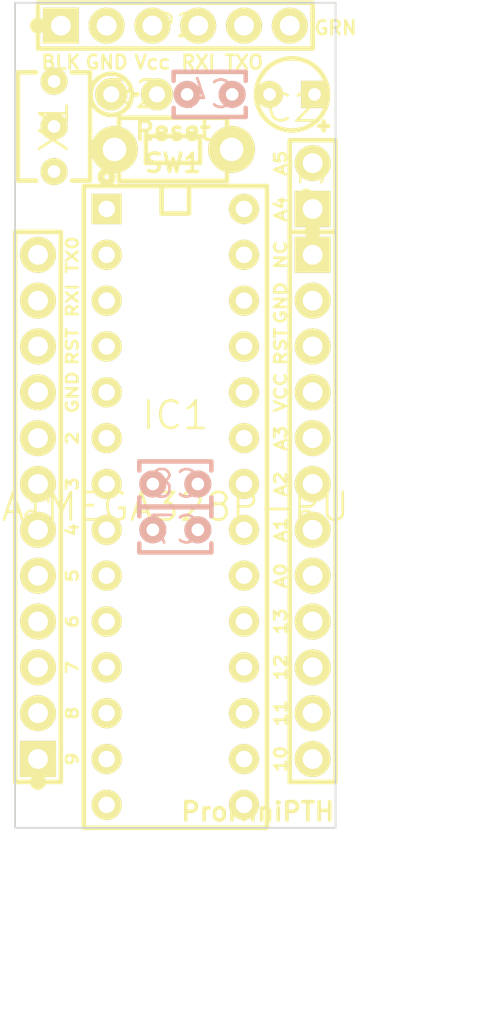
<source format=kicad_pcb>
(kicad_pcb (version 3) (host pcbnew "(25-Oct-2014 BZR 4029)-stable")

  (general
    (links 47)
    (no_connects 47)
    (area 121.522507 79.0448 160.705715 133.51)
    (thickness 1.6)
    (drawings 40)
    (tracks 0)
    (zones 0)
    (modules 12)
    (nets 28)
  )

  (page A)
  (title_block 
    (title "Minimal Arduino using through-hole parts")
    (company "Mithat Konar (https://github.com/mithat/Arduino_Minimal_PTH)")
    (comment 1 "Original Pro Mini design by SparkFun Electronics")
    (comment 2 "Creative Commons Attribution Share Alike 3.0 License")
  )

  (layers
    (15 F.Cu signal)
    (0 B.Cu signal)
    (20 B.SilkS user)
    (21 F.SilkS user)
    (22 B.Mask user)
    (23 F.Mask user)
    (24 Dwgs.User user)
    (25 Cmts.User user)
    (26 Eco1.User user)
    (27 Eco2.User user)
    (28 Edge.Cuts user)
  )

  (setup
    (last_trace_width 0.254)
    (trace_clearance 0.254)
    (zone_clearance 0.508)
    (zone_45_only no)
    (trace_min 0.254)
    (segment_width 0.2)
    (edge_width 0.1)
    (via_size 0.889)
    (via_drill 0.635)
    (via_min_size 0.889)
    (via_min_drill 0.508)
    (uvia_size 0.508)
    (uvia_drill 0.127)
    (uvias_allowed no)
    (uvia_min_size 0.508)
    (uvia_min_drill 0.127)
    (pcb_text_width 0.3)
    (pcb_text_size 1.5 1.5)
    (mod_edge_width 0.254)
    (mod_text_size 1 1)
    (mod_text_width 0.15)
    (pad_size 2.6 2.6)
    (pad_drill 1.3)
    (pad_to_mask_clearance 0)
    (aux_axis_origin 0 0)
    (visible_elements 7FFFFFFF)
    (pcbplotparams
      (layerselection 284196865)
      (usegerberextensions true)
      (excludeedgelayer true)
      (linewidth 0.150000)
      (plotframeref false)
      (viasonmask false)
      (mode 1)
      (useauxorigin false)
      (hpglpennumber 1)
      (hpglpenspeed 20)
      (hpglpendiameter 15)
      (hpglpenoverlay 2)
      (psnegative false)
      (psa4output false)
      (plotreference true)
      (plotvalue false)
      (plotothertext false)
      (plotinvisibletext false)
      (padsonsilk false)
      (subtractmaskfromsilk false)
      (outputformat 1)
      (mirror false)
      (drillshape 0)
      (scaleselection 1)
      (outputdirectory Gerbers))
  )

  (net 0 "")
  (net 1 A0)
  (net 2 A1)
  (net 3 A2)
  (net 4 A3)
  (net 5 A4)
  (net 6 A5)
  (net 7 D10)
  (net 8 D2)
  (net 9 D3)
  (net 10 D4)
  (net 11 D5)
  (net 12 D6)
  (net 13 D7)
  (net 14 D8)
  (net 15 D9)
  (net 16 DTR)
  (net 17 GND)
  (net 18 MISO)
  (net 19 MOSI)
  (net 20 N-0000015)
  (net 21 N-0000028)
  (net 22 N-000005)
  (net 23 RESET)
  (net 24 RXI)
  (net 25 SCK)
  (net 26 TXO)
  (net 27 VCC)

  (net_class Default "This is the default net class."
    (clearance 0.254)
    (trace_width 0.254)
    (via_dia 0.889)
    (via_drill 0.635)
    (uvia_dia 0.508)
    (uvia_drill 0.127)
    (add_net "")
    (add_net A0)
    (add_net A1)
    (add_net A2)
    (add_net A3)
    (add_net A4)
    (add_net A5)
    (add_net D10)
    (add_net D2)
    (add_net D3)
    (add_net D4)
    (add_net D5)
    (add_net D6)
    (add_net D7)
    (add_net D8)
    (add_net D9)
    (add_net DTR)
    (add_net GND)
    (add_net MISO)
    (add_net MOSI)
    (add_net N-0000015)
    (add_net N-0000028)
    (add_net N-000005)
    (add_net RESET)
    (add_net RXI)
    (add_net SCK)
    (add_net TXO)
    (add_net VCC)
  )

  (module mfk-SIL-6 (layer F.Cu) (tedit 5513299D) (tstamp 55137BDC)
    (at 135.89 82.55)
    (descr "4-pin SIL")
    (tags "CONN DEV SIL header 4-pin")
    (path /5512261C)
    (fp_text reference P2 (at 0 0) (layer F.SilkS)
      (effects (font (size 1.27 1.27) (thickness 0.127)))
    )
    (fp_text value "FTDI Basic" (at 0 0) (layer F.SilkS) hide
      (effects (font (size 1.524 1.524) (thickness 0.1524)))
    )
    (fp_line (start -7.62 1.27) (end 7.62 1.27) (layer F.SilkS) (width 0.254))
    (fp_line (start -7.62 -1.27) (end 7.62 -1.27) (layer F.SilkS) (width 0.254))
    (fp_circle (center -7.62 0) (end -7.874 0) (layer F.SilkS) (width 0.381))
    (fp_line (start -7.62 1.27) (end -7.62 -1.27) (layer F.SilkS) (width 0.254))
    (fp_line (start 7.62 -1.27) (end 7.62 1.27) (layer F.SilkS) (width 0.254))
    (pad 1 thru_hole rect (at -6.35 0) (size 1.99898 1.99898) (drill 1.09982)
      (layers *.Cu *.Mask F.SilkS)
      (net 17 GND)
    )
    (pad 3 thru_hole circle (at -1.27 0) (size 1.99898 1.99898) (drill 1.09982)
      (layers *.Cu *.Mask F.SilkS)
      (net 27 VCC)
    )
    (pad 4 thru_hole circle (at 1.27 0) (size 1.99898 1.99898) (drill 1.09982)
      (layers *.Cu *.Mask F.SilkS)
      (net 24 RXI)
    )
    (pad 2 thru_hole circle (at -3.81 0) (size 1.99898 1.99898) (drill 1.09982)
      (layers *.Cu *.Mask F.SilkS)
      (net 17 GND)
    )
    (pad 5 thru_hole circle (at 3.81 0) (size 1.99898 1.99898) (drill 1.09982)
      (layers *.Cu *.Mask F.SilkS)
      (net 26 TXO)
    )
    (pad 6 thru_hole circle (at 6.35 0) (size 1.99898 1.99898) (drill 1.09982)
      (layers *.Cu *.Mask F.SilkS)
      (net 16 DTR)
    )
  )

  (module mfk-SIL-2 (layer F.Cu) (tedit 54CE81E1) (tstamp 55137BE7)
    (at 143.51 91.44 90)
    (descr "2-pin SIL")
    (tags "CONN DEV SIL Jumper")
    (path /5512262B)
    (fp_text reference P3 (at 0 0 90) (layer F.SilkS)
      (effects (font (size 1.27 1.27) (thickness 0.127)))
    )
    (fp_text value "A4 A5" (at 0 0 90) (layer F.SilkS) hide
      (effects (font (size 1.524 1.524) (thickness 0.1524)))
    )
    (fp_circle (center -2.5 0) (end -2.75 0) (layer F.SilkS) (width 0.381))
    (fp_line (start -2.54 1.27) (end -2.54 -1.27) (layer F.SilkS) (width 0.254))
    (fp_line (start -2.54 -1.27) (end 2.54 -1.27) (layer F.SilkS) (width 0.254))
    (fp_line (start 2.54 -1.27) (end 2.54 1.27) (layer F.SilkS) (width 0.254))
    (fp_line (start 2.54 1.27) (end -2.54 1.27) (layer F.SilkS) (width 0.254))
    (pad 1 thru_hole rect (at -1.27 0 90) (size 1.99898 1.99898) (drill 1.09982)
      (layers *.Cu *.Mask F.SilkS)
      (net 5 A4)
    )
    (pad 2 thru_hole circle (at 1.27 0 90) (size 1.99898 1.99898) (drill 1.09982)
      (layers *.Cu *.Mask F.SilkS)
      (net 6 A5)
    )
  )

  (module mfk-SIL-12 (layer F.Cu) (tedit 55132AE5) (tstamp 55137FB1)
    (at 128.27 109.22 90)
    (descr "4-pin SIL")
    (tags "CONN DEV SIL header 4-pin")
    (path /5512260D)
    (fp_text reference P1 (at 0 0 90) (layer F.SilkS)
      (effects (font (size 1.27 1.27) (thickness 0.127)))
    )
    (fp_text value "I/O lo" (at 0 0 90) (layer F.SilkS) hide
      (effects (font (size 1.524 1.524) (thickness 0.1524)))
    )
    (fp_line (start -15.24 1.27) (end 15.24 1.27) (layer F.SilkS) (width 0.254))
    (fp_line (start 15.24 -1.27) (end -15.24 -1.27) (layer F.SilkS) (width 0.254))
    (fp_line (start 15.24 -1.27) (end 15.24 1.27) (layer F.SilkS) (width 0.254))
    (fp_circle (center -15.24 0) (end -15.494 0) (layer F.SilkS) (width 0.381))
    (fp_line (start -15.24 1.27) (end -15.24 -1.27) (layer F.SilkS) (width 0.254))
    (pad 12 thru_hole circle (at 13.97 0 90) (size 1.99898 1.99898) (drill 1.09982)
      (layers *.Cu *.Mask F.SilkS)
      (net 26 TXO)
    )
    (pad 11 thru_hole circle (at 11.43 0 90) (size 1.99898 1.99898) (drill 1.09982)
      (layers *.Cu *.Mask F.SilkS)
      (net 24 RXI)
    )
    (pad 8 thru_hole circle (at 3.81 0 90) (size 1.99898 1.99898) (drill 1.09982)
      (layers *.Cu *.Mask F.SilkS)
      (net 8 D2)
    )
    (pad 10 thru_hole circle (at 8.89 0 90) (size 1.99898 1.99898) (drill 1.09982)
      (layers *.Cu *.Mask F.SilkS)
      (net 23 RESET)
    )
    (pad 9 thru_hole circle (at 6.35 0 90) (size 1.99898 1.99898) (drill 1.09982)
      (layers *.Cu *.Mask F.SilkS)
      (net 17 GND)
    )
    (pad 7 thru_hole circle (at 1.27 0 90) (size 1.99898 1.99898) (drill 1.09982)
      (layers *.Cu *.Mask F.SilkS)
      (net 9 D3)
    )
    (pad 1 thru_hole rect (at -13.97 0 90) (size 1.99898 1.99898) (drill 1.09982)
      (layers *.Cu *.Mask F.SilkS)
      (net 15 D9)
    )
    (pad 3 thru_hole circle (at -8.89 0 90) (size 1.99898 1.99898) (drill 1.09982)
      (layers *.Cu *.Mask F.SilkS)
      (net 13 D7)
    )
    (pad 4 thru_hole circle (at -6.35 0 90) (size 1.99898 1.99898) (drill 1.09982)
      (layers *.Cu *.Mask F.SilkS)
      (net 12 D6)
    )
    (pad 2 thru_hole circle (at -11.43 0 90) (size 1.99898 1.99898) (drill 1.09982)
      (layers *.Cu *.Mask F.SilkS)
      (net 14 D8)
    )
    (pad 5 thru_hole circle (at -3.81 0 90) (size 1.99898 1.99898) (drill 1.09982)
      (layers *.Cu *.Mask F.SilkS)
      (net 11 D5)
    )
    (pad 6 thru_hole circle (at -1.27 0 90) (size 1.99898 1.99898) (drill 1.09982)
      (layers *.Cu *.Mask F.SilkS)
      (net 10 D4)
    )
  )

  (module mfk-SIL-12 (layer F.Cu) (tedit 55132AE5) (tstamp 55137C1C)
    (at 143.51 109.22 270)
    (descr "4-pin SIL")
    (tags "CONN DEV SIL header 4-pin")
    (path /55122638)
    (fp_text reference P4 (at 0 0 270) (layer F.SilkS)
      (effects (font (size 1.27 1.27) (thickness 0.127)))
    )
    (fp_text value "I/O hi" (at 0 0 270) (layer F.SilkS) hide
      (effects (font (size 1.524 1.524) (thickness 0.1524)))
    )
    (fp_line (start -15.24 1.27) (end 15.24 1.27) (layer F.SilkS) (width 0.254))
    (fp_line (start 15.24 -1.27) (end -15.24 -1.27) (layer F.SilkS) (width 0.254))
    (fp_line (start 15.24 -1.27) (end 15.24 1.27) (layer F.SilkS) (width 0.254))
    (fp_circle (center -15.24 0) (end -15.494 0) (layer F.SilkS) (width 0.381))
    (fp_line (start -15.24 1.27) (end -15.24 -1.27) (layer F.SilkS) (width 0.254))
    (pad 12 thru_hole circle (at 13.97 0 270) (size 1.99898 1.99898) (drill 1.09982)
      (layers *.Cu *.Mask F.SilkS)
      (net 7 D10)
    )
    (pad 11 thru_hole circle (at 11.43 0 270) (size 1.99898 1.99898) (drill 1.09982)
      (layers *.Cu *.Mask F.SilkS)
      (net 19 MOSI)
    )
    (pad 8 thru_hole circle (at 3.81 0 270) (size 1.99898 1.99898) (drill 1.09982)
      (layers *.Cu *.Mask F.SilkS)
      (net 1 A0)
    )
    (pad 10 thru_hole circle (at 8.89 0 270) (size 1.99898 1.99898) (drill 1.09982)
      (layers *.Cu *.Mask F.SilkS)
      (net 18 MISO)
    )
    (pad 9 thru_hole circle (at 6.35 0 270) (size 1.99898 1.99898) (drill 1.09982)
      (layers *.Cu *.Mask F.SilkS)
      (net 25 SCK)
    )
    (pad 7 thru_hole circle (at 1.27 0 270) (size 1.99898 1.99898) (drill 1.09982)
      (layers *.Cu *.Mask F.SilkS)
      (net 2 A1)
    )
    (pad 1 thru_hole rect (at -13.97 0 270) (size 1.99898 1.99898) (drill 1.09982)
      (layers *.Cu *.Mask F.SilkS)
    )
    (pad 3 thru_hole circle (at -8.89 0 270) (size 1.99898 1.99898) (drill 1.09982)
      (layers *.Cu *.Mask F.SilkS)
      (net 23 RESET)
    )
    (pad 4 thru_hole circle (at -6.35 0 270) (size 1.99898 1.99898) (drill 1.09982)
      (layers *.Cu *.Mask F.SilkS)
      (net 27 VCC)
    )
    (pad 2 thru_hole circle (at -11.43 0 270) (size 1.99898 1.99898) (drill 1.09982)
      (layers *.Cu *.Mask F.SilkS)
      (net 17 GND)
    )
    (pad 5 thru_hole circle (at -3.81 0 270) (size 1.99898 1.99898) (drill 1.09982)
      (layers *.Cu *.Mask F.SilkS)
      (net 4 A3)
    )
    (pad 6 thru_hole circle (at -1.27 0 270) (size 1.99898 1.99898) (drill 1.09982)
      (layers *.Cu *.Mask F.SilkS)
      (net 3 A2)
    )
  )

  (module mfk-R_0.25W_RN55_vert (layer F.Cu) (tedit 55138A38) (tstamp 55138AA7)
    (at 133.604 86.36)
    (descr "Vertical 0.25 W resistor (RN55)")
    (tags "vertical 0.25W resistor RN55")
    (path /55122385)
    (fp_text reference R2 (at 0 0) (layer F.SilkS)
      (effects (font (size 1.524 1.524) (thickness 0.1524)))
    )
    (fp_text value 10K (at 0 0) (layer F.SilkS) hide
      (effects (font (size 1.524 1.524) (thickness 0.1524)))
    )
    (fp_line (start -0.1016 0) (end 0.1778 0) (layer F.SilkS) (width 0.254))
    (fp_circle (center -1.27 0) (end -1.27 -1.143) (layer F.SilkS) (width 0.254))
    (pad 1 thru_hole circle (at -1.27 0) (size 1.778 1.778) (drill 0.889)
      (layers *.Cu *.Mask F.SilkS)
      (net 27 VCC)
    )
    (pad 2 thru_hole circle (at 1.27 0) (size 1.778 1.778) (drill 0.889)
      (layers *.Cu *.Mask F.SilkS)
      (net 23 RESET)
    )
  )

  (module mfk-Murata-CSTLS_X (layer F.Cu) (tedit 55138A24) (tstamp 55138AC2)
    (at 129.159 88.138 90)
    (descr "Murata-CSTLS_X resonator")
    (tags resonator)
    (path /55136729)
    (fp_text reference X1 (at 0 0 90) (layer F.SilkS)
      (effects (font (size 1.524 1.524) (thickness 0.1524)))
    )
    (fp_text value CSTLS16M0X53-B0 (at 0 0 90) (layer F.SilkS) hide
      (effects (font (size 1.524 1.524) (thickness 0.1524)))
    )
    (fp_line (start -3 1) (end -3 2) (layer F.SilkS) (width 0.254))
    (fp_line (start -3 2) (end 3 2) (layer F.SilkS) (width 0.254))
    (fp_line (start 3 2) (end 3 1) (layer F.SilkS) (width 0.254))
    (fp_line (start -3 -2) (end -3 -1) (layer F.SilkS) (width 0.254))
    (fp_line (start -3 -2) (end 3 -2) (layer F.SilkS) (width 0.254))
    (fp_line (start 3 -2) (end 3 -1) (layer F.SilkS) (width 0.254))
    (pad 1 thru_hole circle (at -2.5 0 90) (size 1.50114 1.50114) (drill 0.70104)
      (layers *.Cu *.Mask F.SilkS)
      (net 22 N-000005)
    )
    (pad 3 thru_hole circle (at 0 0 90) (size 1.50114 1.50114) (drill 0.70104)
      (layers *.Cu *.Mask F.SilkS)
      (net 17 GND)
    )
    (pad 2 thru_hole circle (at 2.5 0 90) (size 1.50114 1.50114) (drill 0.70104)
      (layers *.Cu *.Mask F.SilkS)
      (net 20 N-0000015)
    )
  )

  (module mfk-C_4.0_2.5_2.5_0.5 (layer B.Cu) (tedit 51887DB7) (tstamp 55137C97)
    (at 135.89 110.49 180)
    (descr "Non-polar capacitor, 4.0x2.5mm, 2.5mm space, 0.5mm lead")
    (tags "capacitor non-polar bipolar")
    (path /5512202E)
    (fp_text reference C7 (at 0 0 180) (layer B.SilkS)
      (effects (font (size 1.524 1.524) (thickness 0.1524)) (justify mirror))
    )
    (fp_text value 100n (at 0 0 180) (layer B.SilkS) hide
      (effects (font (size 1.524 1.524) (thickness 0.1524)) (justify mirror))
    )
    (fp_line (start -1.99898 1.24968) (end -1.99898 0.7493) (layer B.SilkS) (width 0.254))
    (fp_line (start 1.99898 1.24968) (end 1.99898 0.7493) (layer B.SilkS) (width 0.254))
    (fp_line (start -1.99898 -1.24968) (end -1.99898 -0.7493) (layer B.SilkS) (width 0.254))
    (fp_line (start 1.99898 -1.24968) (end 1.99898 -0.7493) (layer B.SilkS) (width 0.254))
    (fp_line (start -1.99898 1.24968) (end 1.99898 1.24968) (layer B.SilkS) (width 0.254))
    (fp_line (start 1.99898 -1.24968) (end -1.99898 -1.24968) (layer B.SilkS) (width 0.254))
    (pad 1 thru_hole circle (at -1.24968 0 180) (size 1.50114 1.50114) (drill 0.70104)
      (layers *.Cu *.Mask B.SilkS)
      (net 21 N-0000028)
    )
    (pad 2 thru_hole circle (at 1.24968 0 180) (size 1.50114 1.50114) (drill 0.70104)
      (layers *.Cu *.Mask B.SilkS)
      (net 17 GND)
    )
  )

  (module mfk-C_4.0_2.5_2.5_0.5 (layer B.Cu) (tedit 51887DB7) (tstamp 55137CAF)
    (at 137.795 86.36 180)
    (descr "Non-polar capacitor, 4.0x2.5mm, 2.5mm space, 0.5mm lead")
    (tags "capacitor non-polar bipolar")
    (path /551224A7)
    (fp_text reference C4 (at 0 0 180) (layer B.SilkS)
      (effects (font (size 1.524 1.524) (thickness 0.1524)) (justify mirror))
    )
    (fp_text value 100n (at 0 0 180) (layer B.SilkS) hide
      (effects (font (size 1.524 1.524) (thickness 0.1524)) (justify mirror))
    )
    (fp_line (start -1.99898 1.24968) (end -1.99898 0.7493) (layer B.SilkS) (width 0.254))
    (fp_line (start 1.99898 1.24968) (end 1.99898 0.7493) (layer B.SilkS) (width 0.254))
    (fp_line (start -1.99898 -1.24968) (end -1.99898 -0.7493) (layer B.SilkS) (width 0.254))
    (fp_line (start 1.99898 -1.24968) (end 1.99898 -0.7493) (layer B.SilkS) (width 0.254))
    (fp_line (start -1.99898 1.24968) (end 1.99898 1.24968) (layer B.SilkS) (width 0.254))
    (fp_line (start 1.99898 -1.24968) (end -1.99898 -1.24968) (layer B.SilkS) (width 0.254))
    (pad 1 thru_hole circle (at -1.24968 0 180) (size 1.50114 1.50114) (drill 0.70104)
      (layers *.Cu *.Mask B.SilkS)
      (net 16 DTR)
    )
    (pad 2 thru_hole circle (at 1.24968 0 180) (size 1.50114 1.50114) (drill 0.70104)
      (layers *.Cu *.Mask B.SilkS)
      (net 23 RESET)
    )
  )

  (module mfk-C_4.0_2.5_2.5_0.5 (layer B.Cu) (tedit 51887DB7) (tstamp 55138AB4)
    (at 135.89 107.95)
    (descr "Non-polar capacitor, 4.0x2.5mm, 2.5mm space, 0.5mm lead")
    (tags "capacitor non-polar bipolar")
    (path /5512214D)
    (fp_text reference C8 (at 0 0) (layer B.SilkS)
      (effects (font (size 1.524 1.524) (thickness 0.1524)) (justify mirror))
    )
    (fp_text value 100n (at 0 0) (layer B.SilkS) hide
      (effects (font (size 1.524 1.524) (thickness 0.1524)) (justify mirror))
    )
    (fp_line (start -1.99898 1.24968) (end -1.99898 0.7493) (layer B.SilkS) (width 0.254))
    (fp_line (start 1.99898 1.24968) (end 1.99898 0.7493) (layer B.SilkS) (width 0.254))
    (fp_line (start -1.99898 -1.24968) (end -1.99898 -0.7493) (layer B.SilkS) (width 0.254))
    (fp_line (start 1.99898 -1.24968) (end 1.99898 -0.7493) (layer B.SilkS) (width 0.254))
    (fp_line (start -1.99898 1.24968) (end 1.99898 1.24968) (layer B.SilkS) (width 0.254))
    (fp_line (start 1.99898 -1.24968) (end -1.99898 -1.24968) (layer B.SilkS) (width 0.254))
    (pad 1 thru_hole circle (at -1.24968 0) (size 1.50114 1.50114) (drill 0.70104)
      (layers *.Cu *.Mask B.SilkS)
      (net 27 VCC)
    )
    (pad 2 thru_hole circle (at 1.24968 0) (size 1.50114 1.50114) (drill 0.70104)
      (layers *.Cu *.Mask B.SilkS)
      (net 17 GND)
    )
  )

  (module mfk-DIP-28_300_rnd   locked (layer F.Cu) (tedit 551478C6) (tstamp 55137C79)
    (at 135.89 109.22)
    (descr "28-pin DIP socket, 0.1\" pitch, 0.3\" spacing (TE 1-2199298-9), round pads")
    (tags "DIP DIL")
    (path /55121E4C)
    (fp_text reference IC1 (at 0 -5.08) (layer F.SilkS)
      (effects (font (size 1.524 1.524) (thickness 0.1524)))
    )
    (fp_text value ATMEGA328P-PU (at 0 0) (layer F.SilkS)
      (effects (font (size 1.524 1.524) (thickness 0.1524)))
    )
    (fp_line (start -5.08 -17.78) (end -5.08 17.78) (layer F.SilkS) (width 0.254))
    (fp_line (start 5.08 17.78) (end 5.08 -17.78) (layer F.SilkS) (width 0.254))
    (fp_line (start -0.762 -17.78) (end -0.762 -16.256) (layer F.SilkS) (width 0.254))
    (fp_line (start -0.762 -16.256) (end 0.762 -16.256) (layer F.SilkS) (width 0.254))
    (fp_line (start 0.762 -16.256) (end 0.762 -17.78) (layer F.SilkS) (width 0.254))
    (fp_circle (center -3.81 -18.288) (end -3.81 -18.415) (layer F.SilkS) (width 0.381))
    (fp_line (start -5.08 -17.78) (end 5.08 -17.78) (layer F.SilkS) (width 0.254))
    (fp_line (start 5.08 17.78) (end -5.08 17.78) (layer F.SilkS) (width 0.254))
    (pad 1 thru_hole rect (at -3.81 -16.51) (size 1.6764 1.6764) (drill 0.9144)
      (layers *.Cu *.Mask F.SilkS)
      (net 23 RESET)
    )
    (pad 2 thru_hole circle (at -3.81 -13.97) (size 1.6764 1.6764) (drill 0.9144)
      (layers *.Cu *.Mask F.SilkS)
      (net 24 RXI)
    )
    (pad 3 thru_hole circle (at -3.81 -11.43) (size 1.6764 1.6764) (drill 0.9144)
      (layers *.Cu *.Mask F.SilkS)
      (net 26 TXO)
    )
    (pad 4 thru_hole circle (at -3.81 -8.89) (size 1.6764 1.6764) (drill 0.9144)
      (layers *.Cu *.Mask F.SilkS)
      (net 8 D2)
    )
    (pad 5 thru_hole circle (at -3.81 -6.35) (size 1.6764 1.6764) (drill 0.9144)
      (layers *.Cu *.Mask F.SilkS)
      (net 9 D3)
    )
    (pad 6 thru_hole circle (at -3.81 -3.81) (size 1.6764 1.6764) (drill 0.9144)
      (layers *.Cu *.Mask F.SilkS)
      (net 10 D4)
    )
    (pad 7 thru_hole circle (at -3.81 -1.27) (size 1.6764 1.6764) (drill 0.9144)
      (layers *.Cu *.Mask F.SilkS)
      (net 27 VCC)
    )
    (pad 8 thru_hole circle (at -3.81 1.27) (size 1.6764 1.6764) (drill 0.9144)
      (layers *.Cu *.Mask F.SilkS)
      (net 17 GND)
    )
    (pad 9 thru_hole circle (at -3.81 3.81) (size 1.6764 1.6764) (drill 0.9144)
      (layers *.Cu *.Mask F.SilkS)
      (net 20 N-0000015)
    )
    (pad 10 thru_hole circle (at -3.81 6.35) (size 1.6764 1.6764) (drill 0.9144)
      (layers *.Cu *.Mask F.SilkS)
      (net 22 N-000005)
    )
    (pad 11 thru_hole circle (at -3.81 8.89) (size 1.6764 1.6764) (drill 0.9144)
      (layers *.Cu *.Mask F.SilkS)
      (net 11 D5)
    )
    (pad 12 thru_hole circle (at -3.81 11.43) (size 1.6764 1.6764) (drill 0.9144)
      (layers *.Cu *.Mask F.SilkS)
      (net 12 D6)
    )
    (pad 13 thru_hole circle (at -3.81 13.97) (size 1.6764 1.6764) (drill 0.9144)
      (layers *.Cu *.Mask F.SilkS)
      (net 13 D7)
    )
    (pad 14 thru_hole circle (at -3.81 16.51) (size 1.6764 1.6764) (drill 0.9144)
      (layers *.Cu *.Mask F.SilkS)
      (net 14 D8)
    )
    (pad 15 thru_hole circle (at 3.81 16.51) (size 1.6764 1.6764) (drill 0.9144)
      (layers *.Cu *.Mask F.SilkS)
      (net 15 D9)
    )
    (pad 16 thru_hole circle (at 3.81 13.97) (size 1.6764 1.6764) (drill 0.9144)
      (layers *.Cu *.Mask F.SilkS)
      (net 7 D10)
    )
    (pad 17 thru_hole circle (at 3.81 11.43) (size 1.6764 1.6764) (drill 0.9144)
      (layers *.Cu *.Mask F.SilkS)
      (net 19 MOSI)
    )
    (pad 18 thru_hole circle (at 3.81 8.89) (size 1.6764 1.6764) (drill 0.9144)
      (layers *.Cu *.Mask F.SilkS)
      (net 18 MISO)
    )
    (pad 19 thru_hole circle (at 3.81 6.35) (size 1.6764 1.6764) (drill 0.9144)
      (layers *.Cu *.Mask F.SilkS)
      (net 25 SCK)
    )
    (pad 20 thru_hole circle (at 3.81 3.81) (size 1.6764 1.6764) (drill 0.9144)
      (layers *.Cu *.Mask F.SilkS)
      (net 27 VCC)
    )
    (pad 21 thru_hole circle (at 3.81 1.27) (size 1.6764 1.6764) (drill 0.9144)
      (layers *.Cu *.Mask F.SilkS)
      (net 21 N-0000028)
    )
    (pad 22 thru_hole circle (at 3.81 -1.27) (size 1.6764 1.6764) (drill 0.9144)
      (layers *.Cu *.Mask F.SilkS)
      (net 17 GND)
    )
    (pad 23 thru_hole circle (at 3.81 -3.81) (size 1.6764 1.6764) (drill 0.9144)
      (layers *.Cu *.Mask F.SilkS)
      (net 1 A0)
    )
    (pad 24 thru_hole circle (at 3.81 -6.35) (size 1.6764 1.6764) (drill 0.9144)
      (layers *.Cu *.Mask F.SilkS)
      (net 2 A1)
    )
    (pad 25 thru_hole circle (at 3.81 -8.89) (size 1.6764 1.6764) (drill 0.9144)
      (layers *.Cu *.Mask F.SilkS)
      (net 3 A2)
    )
    (pad 26 thru_hole circle (at 3.81 -11.43) (size 1.6764 1.6764) (drill 0.9144)
      (layers *.Cu *.Mask F.SilkS)
      (net 4 A3)
    )
    (pad 27 thru_hole circle (at 3.81 -13.97) (size 1.6764 1.6764) (drill 0.9144)
      (layers *.Cu *.Mask F.SilkS)
      (net 5 A4)
    )
    (pad 28 thru_hole circle (at 3.81 -16.51) (size 1.6764 1.6764) (drill 0.9144)
      (layers *.Cu *.Mask F.SilkS)
      (net 6 A5)
    )
  )

  (module mfk-CRP_4.0_2.5_0.5 (layer F.Cu) (tedit 55146DDC) (tstamp 55137C8B)
    (at 142.367 86.36 180)
    (descr "Radial polarized capacitor, 4.0mm dia., 2.5mm space, 0.5mm lead")
    (tags "capacitor radial polarized")
    (path /55123CB9)
    (fp_text reference C2 (at 0 -0.7493 180) (layer F.SilkS)
      (effects (font (size 1.524 1.524) (thickness 0.1524)))
    )
    (fp_text value 10u (at 0 1.99898 180) (layer F.SilkS) hide
      (effects (font (size 1.524 1.524) (thickness 0.1524)))
    )
    (fp_circle (center 0 0) (end 2 0) (layer F.SilkS) (width 0.254))
    (fp_line (start -1.99936 -1.74936) (end -1.49898 -1.74936) (layer F.SilkS) (width 0.254))
    (fp_line (start -1.75044 -2.00082) (end -1.75044 -1.50044) (layer F.SilkS) (width 0.254))
    (pad 1 thru_hole rect (at -1.24968 0 180) (size 1.50114 1.50114) (drill 0.70104)
      (layers *.Cu *.Mask F.SilkS)
      (net 27 VCC)
    )
    (pad 2 thru_hole circle (at 1.24968 0 180) (size 1.50114 1.50114) (drill 0.70104)
      (layers *.Cu *.Mask F.SilkS)
      (net 17 GND)
    )
  )

  (module mfk-SW_PUSH_6x3.5mm (layer F.Cu) (tedit 551470EF) (tstamp 55137BCD)
    (at 135.763 89.408 180)
    (path /551223DD)
    (fp_text reference SW1 (at 0 -0.762 180) (layer F.SilkS)
      (effects (font (size 1.016 1.016) (thickness 0.2032)))
    )
    (fp_text value Reset (at 0 1.016 180) (layer F.SilkS)
      (effects (font (size 1.016 1.016) (thickness 0.2032)))
    )
    (fp_line (start -1.5 -0.75) (end 1.5 -0.75) (layer F.SilkS) (width 0.254))
    (fp_line (start 1.5 -0.75) (end 1.5 0.75) (layer F.SilkS) (width 0.254))
    (fp_line (start 1.5 0.75) (end -1.5 0.75) (layer F.SilkS) (width 0.254))
    (fp_line (start -1.5 0.75) (end -1.5 -0.75) (layer F.SilkS) (width 0.254))
    (fp_line (start -3 -1.75) (end 3 -1.75) (layer F.SilkS) (width 0.254))
    (fp_line (start 3 -1.75) (end 3 1.75) (layer F.SilkS) (width 0.254))
    (fp_line (start 3 1.75) (end -3 1.75) (layer F.SilkS) (width 0.254))
    (fp_line (start -3 1.75) (end -3 -1.75) (layer F.SilkS) (width 0.254))
    (pad 2 thru_hole circle (at 3.25 0 180) (size 2.6 2.6) (drill 1.3)
      (layers *.Cu *.Mask F.SilkS)
      (net 17 GND)
    )
    (pad 1 thru_hole circle (at -3.25 0 180) (size 2.6 2.6) (drill 1.3)
      (layers *.Cu *.Mask F.SilkS)
      (net 23 RESET)
    )
  )

  (gr_text A5 (at 141.732 90.17 90) (layer F.SilkS)
    (effects (font (size 0.635 0.762) (thickness 0.1524)))
  )
  (gr_text A4 (at 141.732 92.71 90) (layer F.SilkS)
    (effects (font (size 0.635 0.762) (thickness 0.1524)))
  )
  (gr_text NC (at 141.732 95.25 90) (layer F.SilkS)
    (effects (font (size 0.635 0.762) (thickness 0.1524)))
  )
  (gr_line (start 144.78 127) (end 127 127) (angle 90) (layer Edge.Cuts) (width 0.1))
  (gr_line (start 144.78 81.28) (end 127 81.28) (angle 90) (layer Edge.Cuts) (width 0.1))
  (gr_line (start 127 137.795) (end 126.365 137.795) (angle 90) (layer Dwgs.User) (width 0.2))
  (dimension 15.24 (width 0.3) (layer Dwgs.User)
    (gr_text "0.6000 in" (at 135.89 130.889999) (layer Dwgs.User)
      (effects (font (size 1.5 1.5) (thickness 0.3)))
    )
    (feature1 (pts (xy 128.27 128.27) (xy 128.27 132.239999)))
    (feature2 (pts (xy 143.51 128.27) (xy 143.51 132.239999)))
    (crossbar (pts (xy 143.51 129.539999) (xy 128.27 129.539999)))
    (arrow1a (pts (xy 128.27 129.539999) (xy 129.396503 128.953579)))
    (arrow1b (pts (xy 128.27 129.539999) (xy 129.396503 130.126419)))
    (arrow2a (pts (xy 143.51 129.539999) (xy 142.383497 128.953579)))
    (arrow2b (pts (xy 143.51 129.539999) (xy 142.383497 130.126419)))
  )
  (gr_text GND (at 132.08 84.582) (layer F.SilkS)
    (effects (font (size 0.762 0.762) (thickness 0.1524)))
  )
  (gr_text Vcc (at 134.62 84.582) (layer F.SilkS)
    (effects (font (size 0.762 0.762) (thickness 0.1524)))
  )
  (gr_text RXI (at 137.16 84.582) (layer F.SilkS)
    (effects (font (size 0.762 0.762) (thickness 0.1524)))
  )
  (gr_text TXO (at 139.7 84.582) (layer F.SilkS)
    (effects (font (size 0.762 0.762) (thickness 0.1524)))
  )
  (gr_text GRN (at 144.78 82.677) (layer F.SilkS)
    (effects (font (size 0.762 0.762) (thickness 0.1524)))
  )
  (gr_text BLK (at 129.54 84.582) (layer F.SilkS)
    (effects (font (size 0.762 0.762) (thickness 0.1524)))
  )
  (gr_text ProMiniPTH (at 140.462 126.111) (layer F.SilkS)
    (effects (font (size 1.016 1.016) (thickness 0.2032)))
  )
  (gr_text RST (at 141.732 100.33 90) (layer F.SilkS)
    (effects (font (size 0.635 0.762) (thickness 0.1524)))
  )
  (gr_text VCC (at 141.732 102.87 90) (layer F.SilkS)
    (effects (font (size 0.635 0.762) (thickness 0.1524)))
  )
  (gr_text A3 (at 141.732 105.41 90) (layer F.SilkS)
    (effects (font (size 0.635 0.762) (thickness 0.1524)))
  )
  (gr_text A2 (at 141.732 107.95 90) (layer F.SilkS)
    (effects (font (size 0.635 0.762) (thickness 0.1524)))
  )
  (gr_text A1 (at 141.732 110.49 90) (layer F.SilkS)
    (effects (font (size 0.635 0.762) (thickness 0.1524)))
  )
  (gr_text A0 (at 141.732 113.03 90) (layer F.SilkS)
    (effects (font (size 0.635 0.762) (thickness 0.1524)))
  )
  (gr_text 13 (at 141.732 115.57 90) (layer F.SilkS)
    (effects (font (size 0.635 0.762) (thickness 0.1524)))
  )
  (gr_text 12 (at 141.732 118.11 90) (layer F.SilkS)
    (effects (font (size 0.635 0.762) (thickness 0.1524)))
  )
  (gr_text 11 (at 141.732 120.65 90) (layer F.SilkS)
    (effects (font (size 0.635 0.762) (thickness 0.1524)))
  )
  (gr_text 10 (at 141.732 123.19 90) (layer F.SilkS)
    (effects (font (size 0.635 0.762) (thickness 0.1524)))
  )
  (gr_text GND (at 141.732 97.917 90) (layer F.SilkS)
    (effects (font (size 0.635 0.762) (thickness 0.1524)))
  )
  (gr_text TX0 (at 130.175 95.25 90) (layer F.SilkS)
    (effects (font (size 0.635 0.762) (thickness 0.1524)))
  )
  (gr_text RXI (at 130.175 97.79 90) (layer F.SilkS)
    (effects (font (size 0.635 0.762) (thickness 0.1524)))
  )
  (gr_text RST (at 130.175 100.33 90) (layer F.SilkS)
    (effects (font (size 0.635 0.762) (thickness 0.1524)))
  )
  (gr_text GND (at 130.175 102.87 90) (layer F.SilkS)
    (effects (font (size 0.635 0.762) (thickness 0.1524)))
  )
  (gr_text 2 (at 130.175 105.41 90) (layer F.SilkS)
    (effects (font (size 0.635 0.762) (thickness 0.1524)))
  )
  (gr_text 9 (at 130.175 123.19 90) (layer F.SilkS)
    (effects (font (size 0.635 0.762) (thickness 0.1524)))
  )
  (gr_text 8 (at 130.175 120.65 90) (layer F.SilkS)
    (effects (font (size 0.635 0.762) (thickness 0.1524)))
  )
  (gr_text 7 (at 130.175 118.11 90) (layer F.SilkS)
    (effects (font (size 0.635 0.762) (thickness 0.1524)))
  )
  (gr_text 6 (at 130.175 115.57 90) (layer F.SilkS)
    (effects (font (size 0.635 0.762) (thickness 0.1524)))
  )
  (gr_text 5 (at 130.175 113.03 90) (layer F.SilkS)
    (effects (font (size 0.635 0.762) (thickness 0.1524)))
  )
  (gr_text 4 (at 130.175 110.49 90) (layer F.SilkS)
    (effects (font (size 0.635 0.762) (thickness 0.1524)))
  )
  (dimension 45.72 (width 0.3) (layer Dwgs.User)
    (gr_text "1.8000 in" (at 150.575 104.14 90) (layer Dwgs.User)
      (effects (font (size 1.5 1.5) (thickness 0.3)))
    )
    (feature1 (pts (xy 146.685 81.28) (xy 151.925 81.28)))
    (feature2 (pts (xy 146.685 127) (xy 151.925 127)))
    (crossbar (pts (xy 149.225 127) (xy 149.225 81.28)))
    (arrow1a (pts (xy 149.225 81.28) (xy 149.81142 82.406503)))
    (arrow1b (pts (xy 149.225 81.28) (xy 148.63858 82.406503)))
    (arrow2a (pts (xy 149.225 127) (xy 149.81142 125.873497)))
    (arrow2b (pts (xy 149.225 127) (xy 148.63858 125.873497)))
  )
  (gr_line (start 127 81.28) (end 127 127) (angle 90) (layer Edge.Cuts) (width 0.1))
  (gr_line (start 144.78 127) (end 144.78 81.28) (angle 90) (layer Edge.Cuts) (width 0.1))
  (gr_text 3 (at 130.175 107.95 90) (layer F.SilkS)
    (effects (font (size 0.635 0.762) (thickness 0.1524)))
  )

)

</source>
